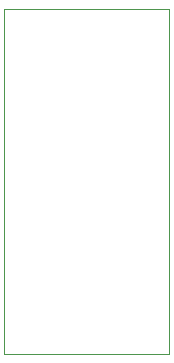
<source format=gm1>
G04 #@! TF.GenerationSoftware,KiCad,Pcbnew,(5.1.9)-1*
G04 #@! TF.CreationDate,2022-09-29T01:21:34-04:00*
G04 #@! TF.ProjectId,Cocoloca-plug-coco,436f636f-6c6f-4636-912d-706c75672d63,rev?*
G04 #@! TF.SameCoordinates,Original*
G04 #@! TF.FileFunction,Profile,NP*
%FSLAX46Y46*%
G04 Gerber Fmt 4.6, Leading zero omitted, Abs format (unit mm)*
G04 Created by KiCad (PCBNEW (5.1.9)-1) date 2022-09-29 01:21:34*
%MOMM*%
%LPD*%
G01*
G04 APERTURE LIST*
G04 #@! TA.AperFunction,Profile*
%ADD10C,0.050000*%
G04 #@! TD*
G04 APERTURE END LIST*
D10*
X125730000Y-104140000D02*
X125730000Y-74930000D01*
X139700000Y-104140000D02*
X125730000Y-104140000D01*
X139700000Y-74930000D02*
X139700000Y-104140000D01*
X125730000Y-74930000D02*
X139700000Y-74930000D01*
M02*

</source>
